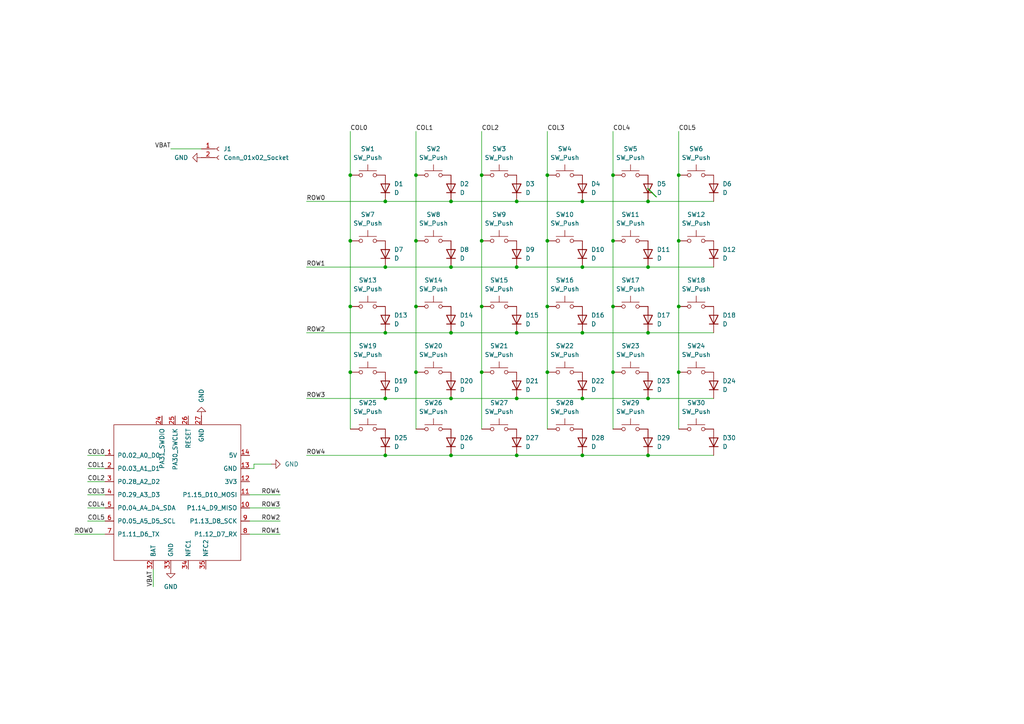
<source format=kicad_sch>
(kicad_sch (version 20250114) (generator "eeschema") (generator_version "9.0")
  (paper "A4")
  (lib_symbols
    (symbol "Connector:Conn_01x02_Socket" (pin_names (offset 1.016) (hide yes))
      (property "Reference" "J" (at 0 2.54 0))
      (property "Value" "Conn_01x02_Socket" (at 0 -5.08 0))
      (symbol "Conn_01x02_Socket_1_1"
        (polyline (pts (xy -1.27 0) (xy -0.508 0)) (stroke (width 0.1524)))
        (polyline (pts (xy -1.27 -2.54) (xy -0.508 -2.54)) (stroke (width 0.1524)))
        (arc (start 0 -0.508) (mid -0.5058 0) (end 0 0.508) (stroke (width 0.1524)))
        (arc (start 0 -3.048) (mid -0.5058 -2.54) (end 0 -2.032) (stroke (width 0.1524)))
        (pin passive line (at -5.08 0 0) (length 3.81) (name "Pin_1") (number "1"))
        (pin passive line (at -5.08 -2.54 0) (length 3.81) (name "Pin_2") (number "2"))
      )
    )
    (symbol "Device:D" (pin_numbers (hide yes)) (pin_names (offset 1.016) (hide yes))
      (property "Reference" "D" (at 0 2.54 0))
      (property "Value" "D" (at 0 -2.54 0))
      (symbol "D_0_1"
        (polyline (pts (xy -1.27 1.27) (xy -1.27 -1.27)) (stroke (width 0.254)))
        (polyline (pts (xy 1.27 1.27) (xy 1.27 -1.27) (xy -1.27 0) (xy 1.27 1.27)) (stroke (width 0.254)))
        (polyline (pts (xy 1.27 0) (xy -1.27 0)))
      )
      (symbol "D_1_1"
        (pin passive line (at -3.81 0 0) (length 2.54) (name "K") (number "1"))
        (pin passive line (at 3.81 0 180) (length 2.54) (name "A") (number "2"))
      )
    )
    (symbol "Seeed_Studio_XIAO_Series:XIAO-nRF52840-SMD" (pin_names (offset 1.016))
      (property "Reference" "U" (at -18.542 23.114 0))
      (property "Value" "XIAO-nRF52840-SMD" (at -8.636 21.336 0))
      (symbol "XIAO-nRF52840-SMD_0_1"
        (rectangle (start -19.05 20.32) (end 17.78 -19.05))
      )
      (symbol "XIAO-nRF52840-SMD_1_1"
        (pin passive line (at -21.59 11.43 0) (length 2.54) (name "P0.02_A0_D0") (number "1"))
        (pin passive line (at -21.59 7.62 0) (length 2.54) (name "P0.03_A1_D1") (number "2"))
        (pin passive line (at -21.59 3.81 0) (length 2.54) (name "P0.28_A2_D2") (number "3"))
        (pin passive line (at -21.59 0 0) (length 2.54) (name "P0.29_A3_D3") (number "4"))
        (pin passive line (at -21.59 -3.81 0) (length 2.54) (name "P0.04_A4_D4_SDA") (number "5"))
        (pin passive line (at -21.59 -7.62 0) (length 2.54) (name "P0.05_A5_D5_SCL") (number "6"))
        (pin passive line (at -21.59 -11.43 0) (length 2.54) (name "P1.11_D6_TX") (number "7"))
        (pin passive line (at -7.62 -21.59 90) (length 2.54) (name "BAT") (number "32"))
        (pin passive line (at -5.08 22.86 270) (length 2.54) (name "PA31_SWDIO") (number "24"))
        (pin passive line (at -2.54 -21.59 90) (length 2.54) (name "GND") (number "33"))
        (pin passive line (at -1.27 22.86 270) (length 2.54) (name "PA30_SWCLK") (number "25"))
        (pin passive line (at 2.54 22.86 270) (length 2.54) (name "RESET") (number "26"))
        (pin passive line (at 2.54 -21.59 90) (length 2.54) (name "NFC1") (number "34"))
        (pin passive line (at 6.35 22.86 270) (length 2.54) (name "GND") (number "27"))
        (pin passive line (at 7.62 -21.59 90) (length 2.54) (name "NFC2") (number "35"))
        (pin passive line (at 20.32 11.43 180) (length 2.54) (name "5V") (number "14"))
        (pin passive line (at 20.32 7.62 180) (length 2.54) (name "GND") (number "13"))
        (pin passive line (at 20.32 3.81 180) (length 2.54) (name "3V3") (number "12"))
        (pin passive line (at 20.32 0 180) (length 2.54) (name "P1.15_D10_MOSI") (number "11"))
        (pin passive line (at 20.32 -3.81 180) (length 2.54) (name "P1.14_D9_MISO") (number "10"))
        (pin passive line (at 20.32 -7.62 180) (length 2.54) (name "P1.13_D8_SCK") (number "9"))
        (pin passive line (at 20.32 -11.43 180) (length 2.54) (name "P1.12_D7_RX") (number "8"))
      )
    )
    (symbol "Switch:SW_Push" (pin_numbers (hide yes)) (pin_names (offset 1.016) (hide yes))
      (property "Reference" "SW" (at 1.27 2.54 0))
      (property "Value" "SW_Push" (at 0 -1.524 0))
      (symbol "SW_Push_0_1"
        (circle (center -2.032 0) (radius 0.508))
        (polyline (pts (xy 0 1.27) (xy 0 3.048)))
        (circle (center 2.032 0) (radius 0.508))
        (polyline (pts (xy 2.54 1.27) (xy -2.54 1.27)))
        (pin passive line (at -5.08 0 0) (length 2.54) (name "1") (number "1"))
        (pin passive line (at 5.08 0 180) (length 2.54) (name "2") (number "2"))
      )
    )
    (symbol "power:GND" (power) (pin_numbers (hide yes)) (pin_names (offset 0) (hide yes))
      (property "Value" "GND" (at 0 -3.81 0))
      (symbol "GND_0_1"
        (polyline (pts (xy 0 0) (xy 0 -1.27) (xy 1.27 -1.27) (xy 0 -2.54) (xy -1.27 -1.27) (xy 0 -1.27)))
      )
      (symbol "GND_1_1"
        (pin power_in line (at 0 0 270) (length 0) (name "~") (number "1"))
      )
    )
  )
  (junction (at 130.81 77.47))
  (junction (at 168.91 115.57))
  (junction (at 149.86 96.52))
  (junction (at 177.8 88.9))
  (junction (at 130.81 58.42))
  (junction (at 196.85 50.8))
  (junction (at 149.86 115.57))
  (junction (at 158.75 69.85))
  (junction (at 130.81 115.57))
  (junction (at 111.76 96.52))
  (junction (at 111.76 132.08))
  (junction (at 168.91 96.52))
  (junction (at 187.96 132.08))
  (junction (at 158.75 50.8))
  (junction (at 168.91 132.08))
  (junction (at 120.65 107.95))
  (junction (at 149.86 132.08))
  (junction (at 111.76 77.47))
  (junction (at 120.65 88.9))
  (junction (at 196.85 69.85))
  (junction (at 187.96 96.52))
  (junction (at 168.91 77.47))
  (junction (at 111.76 115.57))
  (junction (at 139.7 50.8))
  (junction (at 158.75 88.9))
  (junction (at 101.6 69.85))
  (junction (at 120.65 69.85))
  (junction (at 196.85 107.95))
  (junction (at 196.85 88.9))
  (junction (at 120.65 50.8))
  (junction (at 101.6 88.9))
  (junction (at 187.96 77.47))
  (junction (at 111.76 58.42))
  (junction (at 177.8 107.95))
  (junction (at 101.6 50.8))
  (junction (at 149.86 77.47))
  (junction (at 101.6 107.95))
  (junction (at 158.75 107.95))
  (junction (at 177.8 50.8))
  (junction (at 168.91 58.42))
  (junction (at 187.96 115.57))
  (junction (at 130.81 96.52))
  (junction (at 139.7 107.95))
  (junction (at 130.81 132.08))
  (junction (at 139.7 88.9))
  (junction (at 177.8 69.85))
  (junction (at 187.96 58.42))
  (junction (at 139.7 69.85))
  (junction (at 149.86 58.42))
  (bus_entry (at 187.96 54.61) (size 2.54 2.54))
  (bus_entry (at 187.7357 54.61) (size 2.54 2.54))
  (wire (pts (xy 168.91 132.08) (xy 187.96 132.08)))
  (wire (pts (xy 88.9 96.52) (xy 111.76 96.52)))
  (wire (pts (xy 111.76 96.52) (xy 130.81 96.52)))
  (wire (pts (xy 177.8 107.95) (xy 177.8 124.46)))
  (wire (pts (xy 73.66 134.62) (xy 78.74 134.62)))
  (wire (pts (xy 44.45 165.1) (xy 44.45 170.18)))
  (wire (pts (xy 139.7 38.1) (xy 139.7 50.8)))
  (wire (pts (xy 130.81 96.52) (xy 149.86 96.52)))
  (wire (pts (xy 25.4 143.51) (xy 30.48 143.51)))
  (wire (pts (xy 187.96 58.42) (xy 207.01 58.42)))
  (wire (pts (xy 187.96 77.47) (xy 207.01 77.47)))
  (wire (pts (xy 158.75 88.9) (xy 158.75 107.95)))
  (wire (pts (xy 30.48 154.94) (xy 21.59 154.94)))
  (wire (pts (xy 120.65 50.8) (xy 120.65 69.85)))
  (wire (pts (xy 25.4 147.32) (xy 30.48 147.32)))
  (wire (pts (xy 139.7 107.95) (xy 139.7 124.46)))
  (wire (pts (xy 88.9 77.47) (xy 111.76 77.47)))
  (wire (pts (xy 120.65 107.95) (xy 120.65 124.46)))
  (wire (pts (xy 149.86 132.08) (xy 168.91 132.08)))
  (wire (pts (xy 101.6 38.1) (xy 101.6 50.8)))
  (wire (pts (xy 168.91 115.57) (xy 187.96 115.57)))
  (wire (pts (xy 72.39 135.89) (xy 73.66 135.89)))
  (wire (pts (xy 130.81 58.42) (xy 149.86 58.42)))
  (wire (pts (xy 120.65 88.9) (xy 120.65 107.95)))
  (wire (pts (xy 196.85 88.9) (xy 196.85 107.95)))
  (wire (pts (xy 72.39 154.94) (xy 81.28 154.94)))
  (wire (pts (xy 101.6 88.9) (xy 101.6 107.95)))
  (wire (pts (xy 130.81 132.08) (xy 149.86 132.08)))
  (wire (pts (xy 120.65 38.1) (xy 120.65 50.8)))
  (wire (pts (xy 196.85 107.95) (xy 196.85 124.46)))
  (wire (pts (xy 101.6 69.85) (xy 101.6 88.9)))
  (wire (pts (xy 187.96 132.08) (xy 207.01 132.08)))
  (wire (pts (xy 139.7 50.8) (xy 139.7 69.85)))
  (wire (pts (xy 130.81 115.57) (xy 149.86 115.57)))
  (wire (pts (xy 111.76 58.42) (xy 130.81 58.42)))
  (wire (pts (xy 25.4 151.13) (xy 30.48 151.13)))
  (wire (pts (xy 111.76 132.08) (xy 130.81 132.08)))
  (wire (pts (xy 101.6 50.8) (xy 101.6 69.85)))
  (wire (pts (xy 111.76 77.47) (xy 130.81 77.47)))
  (wire (pts (xy 149.86 96.52) (xy 168.91 96.52)))
  (wire (pts (xy 111.76 115.57) (xy 130.81 115.57)))
  (wire (pts (xy 149.86 58.42) (xy 168.91 58.42)))
  (wire (pts (xy 25.4 135.89) (xy 30.48 135.89)))
  (wire (pts (xy 177.8 38.1) (xy 177.8 50.8)))
  (wire (pts (xy 25.4 132.08) (xy 30.48 132.08)))
  (wire (pts (xy 196.85 50.8) (xy 196.85 69.85)))
  (wire (pts (xy 196.85 69.85) (xy 196.85 88.9)))
  (wire (pts (xy 72.39 147.32) (xy 81.28 147.32)))
  (wire (pts (xy 139.7 69.85) (xy 139.7 88.9)))
  (wire (pts (xy 196.85 38.1) (xy 196.85 50.8)))
  (wire (pts (xy 25.4 139.7) (xy 30.48 139.7)))
  (wire (pts (xy 120.65 69.85) (xy 120.65 88.9)))
  (wire (pts (xy 168.91 58.42) (xy 187.96 58.42)))
  (wire (pts (xy 158.75 69.85) (xy 158.75 88.9)))
  (wire (pts (xy 139.7 88.9) (xy 139.7 107.95)))
  (wire (pts (xy 177.8 50.8) (xy 177.8 69.85)))
  (wire (pts (xy 101.6 107.95) (xy 101.6 124.46)))
  (wire (pts (xy 158.75 50.8) (xy 158.75 69.85)))
  (wire (pts (xy 149.86 115.57) (xy 168.91 115.57)))
  (wire (pts (xy 72.39 143.51) (xy 81.28 143.51)))
  (wire (pts (xy 168.91 96.52) (xy 187.96 96.52)))
  (wire (pts (xy 88.9 132.08) (xy 111.76 132.08)))
  (wire (pts (xy 73.66 135.89) (xy 73.66 134.62)))
  (wire (pts (xy 72.39 151.13) (xy 81.28 151.13)))
  (wire (pts (xy 130.81 77.47) (xy 149.86 77.47)))
  (wire (pts (xy 187.96 96.52) (xy 207.01 96.52)))
  (wire (pts (xy 168.91 77.47) (xy 187.96 77.47)))
  (wire (pts (xy 149.86 77.47) (xy 168.91 77.47)))
  (wire (pts (xy 88.9 115.57) (xy 111.76 115.57)))
  (wire (pts (xy 177.8 69.85) (xy 177.8 88.9)))
  (wire (pts (xy 158.75 38.1) (xy 158.75 50.8)))
  (wire (pts (xy 158.75 107.95) (xy 158.75 124.46)))
  (wire (pts (xy 177.8 88.9) (xy 177.8 107.95)))
  (wire (pts (xy 49.53 43.18) (xy 58.42 43.18)))
  (wire (pts (xy 187.96 115.57) (xy 207.01 115.57)))
  (wire (pts (xy 88.9 58.42) (xy 111.76 58.42)))
  (label "VBAT" (at 44.45 170.18 90))
  (label "VBAT" (at 49.53 43.18 180))
  (label "COL0" (at 101.6 38.1 0))
  (label "COL3" (at 25.4 143.51 0))
  (label "ROW4" (at 81.28 143.51 180))
  (label "ROW2" (at 81.28 151.13 180))
  (label "ROW3" (at 88.9 115.57 0))
  (label "ROW1" (at 81.28 154.94 180))
  (label "COL2" (at 139.7 38.1 0))
  (label "ROW2" (at 88.9 96.52 0))
  (label "COL4" (at 25.4 147.32 0))
  (label "COL5" (at 25.4 151.13 0))
  (label "COL3" (at 158.75 38.1 0))
  (label "COL4" (at 177.8 38.1 0))
  (label "COL0" (at 25.4 132.08 0))
  (label "ROW0" (at 88.9 58.42 0))
  (label "COL5" (at 196.85 38.1 0))
  (label "COL1" (at 120.65 38.1 0))
  (label "ROW1" (at 88.9 77.47 0))
  (label "ROW4" (at 88.9 132.08 0))
  (label "ROW3" (at 81.28 147.32 180))
  (label "COL1" (at 25.4 135.89 0))
  (label "ROW0" (at 21.59 154.94 0))
  (label "COL2" (at 25.4 139.7 0))
  (symbol (lib_id "Switch:SW_Push") (at 106.68 69.85 0) (unit 1)
    (property "Reference" "SW7" (at 106.68 62.23 0))
    (property "Value" "SW_Push" (at 106.68 64.77 0))
    (property "Footprint" "ExtraFootprints:SW_Hotswap_Kailh_Choc_V1V2" (effects (hide yes)))
    (property "Description" "Push button switch, generic, two pins" (effects (hide yes)))
  )
  (symbol (lib_id "Device:D") (at 168.91 128.27 90) (unit 1)
    (property "Reference" "D28" (at 171.45 126.9999 90) (effects (justify right)))
    (property "Value" "D" (at 171.45 129.5399 90) (effects (justify right)))
    (property "Footprint" "ExtraFootprints:RevDiode" (effects (hide yes)))
    (property "Description" "Diode" (effects (hide yes)))
    (property "Sim.Device" "D" (effects (hide yes)))
    (property "Sim.Pins" "1=K 2=A" (effects (hide yes)))
  )
  (symbol (lib_id "power:GND") (at 58.42 120.65 180) (unit 1)
    (property "Reference" "#PWR06" (effects (hide yes)))
    (property "Value" "GND" (at 58.4199 116.84 90) (effects (justify right)))
    (property "Description" "Power symbol creates a global label with name \"GND\" , ground" (effects (hide yes)))
  )
  (symbol (lib_id "Switch:SW_Push") (at 144.78 88.9 0) (unit 1)
    (property "Reference" "SW15" (at 144.78 81.28 0))
    (property "Value" "SW_Push" (at 144.78 83.82 0))
    (property "Footprint" "ExtraFootprints:SW_Hotswap_Kailh_Choc_V1V2" (effects (hide yes)))
    (property "Description" "Push button switch, generic, two pins" (effects (hide yes)))
  )
  (symbol (lib_id "Switch:SW_Push") (at 201.93 88.9 0) (unit 1)
    (property "Reference" "SW18" (at 201.93 81.28 0))
    (property "Value" "SW_Push" (at 201.93 83.82 0))
    (property "Footprint" "ExtraFootprints:SW_Hotswap_Kailh_Choc_V1V2" (effects (hide yes)))
    (property "Description" "Push button switch, generic, two pins" (effects (hide yes)))
  )
  (symbol (lib_id "Device:D") (at 207.01 73.66 90) (unit 1)
    (property "Reference" "D12" (at 209.55 72.3899 90) (effects (justify right)))
    (property "Value" "D" (at 209.55 74.9299 90) (effects (justify right)))
    (property "Footprint" "ExtraFootprints:RevDiode" (effects (hide yes)))
    (property "Description" "Diode" (effects (hide yes)))
    (property "Sim.Device" "D" (effects (hide yes)))
    (property "Sim.Pins" "1=K 2=A" (effects (hide yes)))
  )
  (symbol (lib_id "Switch:SW_Push") (at 182.88 88.9 0) (unit 1)
    (property "Reference" "SW17" (at 182.88 81.28 0))
    (property "Value" "SW_Push" (at 182.88 83.82 0))
    (property "Footprint" "ExtraFootprints:SW_Hotswap_Kailh_Choc_V1V2" (effects (hide yes)))
    (property "Description" "Push button switch, generic, two pins" (effects (hide yes)))
  )
  (symbol (lib_id "Device:D") (at 130.81 92.71 90) (unit 1)
    (property "Reference" "D14" (at 133.35 91.4399 90) (effects (justify right)))
    (property "Value" "D" (at 133.35 93.9799 90) (effects (justify right)))
    (property "Footprint" "ExtraFootprints:RevDiode" (effects (hide yes)))
    (property "Description" "Diode" (effects (hide yes)))
    (property "Sim.Device" "D" (effects (hide yes)))
    (property "Sim.Pins" "1=K 2=A" (effects (hide yes)))
  )
  (symbol (lib_id "Switch:SW_Push") (at 182.88 50.8 0) (unit 1)
    (property "Reference" "SW5" (at 182.88 43.18 0))
    (property "Value" "SW_Push" (at 182.88 45.72 0))
    (property "Footprint" "ExtraFootprints:SW_Hotswap_Kailh_Choc_V1V2" (effects (hide yes)))
    (property "Description" "Push button switch, generic, two pins" (effects (hide yes)))
  )
  (symbol (lib_id "Switch:SW_Push") (at 106.68 88.9 0) (unit 1)
    (property "Reference" "SW13" (at 106.68 81.28 0))
    (property "Value" "SW_Push" (at 106.68 83.82 0))
    (property "Footprint" "ExtraFootprints:SW_Hotswap_Kailh_Choc_V1V2" (effects (hide yes)))
    (property "Description" "Push button switch, generic, two pins" (effects (hide yes)))
  )
  (symbol (lib_id "Device:D") (at 168.91 111.76 90) (unit 1)
    (property "Reference" "D22" (at 171.45 110.4899 90) (effects (justify right)))
    (property "Value" "D" (at 171.45 113.0299 90) (effects (justify right)))
    (property "Footprint" "ExtraFootprints:RevDiode" (effects (hide yes)))
    (property "Description" "Diode" (effects (hide yes)))
    (property "Sim.Device" "D" (effects (hide yes)))
    (property "Sim.Pins" "1=K 2=A" (effects (hide yes)))
  )
  (symbol (lib_id "Device:D") (at 111.76 111.76 90) (unit 1)
    (property "Reference" "D19" (at 114.3 110.4899 90) (effects (justify right)))
    (property "Value" "D" (at 114.3 113.0299 90) (effects (justify right)))
    (property "Footprint" "ExtraFootprints:RevDiode" (effects (hide yes)))
    (property "Description" "Diode" (effects (hide yes)))
    (property "Sim.Device" "D" (effects (hide yes)))
    (property "Sim.Pins" "1=K 2=A" (effects (hide yes)))
  )
  (symbol (lib_id "Switch:SW_Push") (at 125.73 69.85 0) (unit 1)
    (property "Reference" "SW8" (at 125.73 62.23 0))
    (property "Value" "SW_Push" (at 125.73 64.77 0))
    (property "Footprint" "ExtraFootprints:SW_Hotswap_Kailh_Choc_V1V2" (effects (hide yes)))
    (property "Description" "Push button switch, generic, two pins" (effects (hide yes)))
  )
  (symbol (lib_id "Switch:SW_Push") (at 163.83 88.9 0) (unit 1)
    (property "Reference" "SW16" (at 163.83 81.28 0))
    (property "Value" "SW_Push" (at 163.83 83.82 0))
    (property "Footprint" "ExtraFootprints:SW_Hotswap_Kailh_Choc_V1V2" (effects (hide yes)))
    (property "Description" "Push button switch, generic, two pins" (effects (hide yes)))
  )
  (symbol (lib_id "Device:D") (at 149.86 128.27 90) (unit 1)
    (property "Reference" "D27" (at 152.4 126.9999 90) (effects (justify right)))
    (property "Value" "D" (at 152.4 129.5399 90) (effects (justify right)))
    (property "Footprint" "ExtraFootprints:RevDiode" (effects (hide yes)))
    (property "Description" "Diode" (effects (hide yes)))
    (property "Sim.Device" "D" (effects (hide yes)))
    (property "Sim.Pins" "1=K 2=A" (effects (hide yes)))
  )
  (symbol (lib_id "Device:D") (at 187.96 73.66 90) (unit 1)
    (property "Reference" "D11" (at 190.5 72.3899 90) (effects (justify right)))
    (property "Value" "D" (at 190.5 74.9299 90) (effects (justify right)))
    (property "Footprint" "ExtraFootprints:RevDiode" (effects (hide yes)))
    (property "Description" "Diode" (effects (hide yes)))
    (property "Sim.Device" "D" (effects (hide yes)))
    (property "Sim.Pins" "1=K 2=A" (effects (hide yes)))
  )
  (symbol (lib_id "Device:D") (at 168.91 92.71 90) (unit 1)
    (property "Reference" "D16" (at 171.45 91.4399 90) (effects (justify right)))
    (property "Value" "D" (at 171.45 93.9799 90) (effects (justify right)))
    (property "Footprint" "ExtraFootprints:RevDiode" (effects (hide yes)))
    (property "Description" "Diode" (effects (hide yes)))
    (property "Sim.Device" "D" (effects (hide yes)))
    (property "Sim.Pins" "1=K 2=A" (effects (hide yes)))
  )
  (symbol (lib_id "Device:D") (at 168.91 54.61 90) (unit 1)
    (property "Reference" "D4" (at 171.45 53.3399 90) (effects (justify right)))
    (property "Value" "D" (at 171.45 55.8799 90) (effects (justify right)))
    (property "Footprint" "ExtraFootprints:RevDiode" (effects (hide yes)))
    (property "Description" "Diode" (effects (hide yes)))
    (property "Sim.Device" "D" (effects (hide yes)))
    (property "Sim.Pins" "1=K 2=A" (effects (hide yes)))
  )
  (symbol (lib_id "Device:D") (at 187.96 128.27 90) (unit 1)
    (property "Reference" "D29" (at 190.5 126.9999 90) (effects (justify right)))
    (property "Value" "D" (at 190.5 129.5399 90) (effects (justify right)))
    (property "Footprint" "ExtraFootprints:RevDiode" (effects (hide yes)))
    (property "Description" "Diode" (effects (hide yes)))
    (property "Sim.Device" "D" (effects (hide yes)))
    (property "Sim.Pins" "1=K 2=A" (effects (hide yes)))
  )
  (symbol (lib_id "Switch:SW_Push") (at 163.83 69.85 0) (unit 1)
    (property "Reference" "SW10" (at 163.83 62.23 0))
    (property "Value" "SW_Push" (at 163.83 64.77 0))
    (property "Footprint" "ExtraFootprints:SW_Hotswap_Kailh_Choc_V1V2" (effects (hide yes)))
    (property "Description" "Push button switch, generic, two pins" (effects (hide yes)))
  )
  (symbol (lib_id "Switch:SW_Push") (at 106.68 50.8 0) (unit 1)
    (property "Reference" "SW1" (at 106.68 43.18 0))
    (property "Value" "SW_Push" (at 106.68 45.72 0))
    (property "Footprint" "ExtraFootprints:SW_Hotswap_Kailh_Choc_V1V2" (effects (hide yes)))
    (property "Description" "Push button switch, generic, two pins" (effects (hide yes)))
  )
  (symbol (lib_id "Device:D") (at 207.01 128.27 90) (unit 1)
    (property "Reference" "D30" (at 209.55 126.9999 90) (effects (justify right)))
    (property "Value" "D" (at 209.55 129.5399 90) (effects (justify right)))
    (property "Footprint" "ExtraFootprints:RevDiode" (effects (hide yes)))
    (property "Description" "Diode" (effects (hide yes)))
    (property "Sim.Device" "D" (effects (hide yes)))
    (property "Sim.Pins" "1=K 2=A" (effects (hide yes)))
  )
  (symbol (lib_id "Device:D") (at 149.86 92.71 90) (unit 1)
    (property "Reference" "D15" (at 152.4 91.4399 90) (effects (justify right)))
    (property "Value" "D" (at 152.4 93.9799 90) (effects (justify right)))
    (property "Footprint" "ExtraFootprints:RevDiode" (effects (hide yes)))
    (property "Description" "Diode" (effects (hide yes)))
    (property "Sim.Device" "D" (effects (hide yes)))
    (property "Sim.Pins" "1=K 2=A" (effects (hide yes)))
  )
  (symbol (lib_id "Switch:SW_Push") (at 182.88 107.95 0) (unit 1)
    (property "Reference" "SW23" (at 182.88 100.33 0))
    (property "Value" "SW_Push" (at 182.88 102.87 0))
    (property "Footprint" "ExtraFootprints:SW_Hotswap_Kailh_Choc_V1V2" (effects (hide yes)))
    (property "Description" "Push button switch, generic, two pins" (effects (hide yes)))
  )
  (symbol (lib_id "Device:D") (at 130.81 54.61 90) (unit 1)
    (property "Reference" "D2" (at 133.35 53.3399 90) (effects (justify right)))
    (property "Value" "D" (at 133.35 55.8799 90) (effects (justify right)))
    (property "Footprint" "ExtraFootprints:RevDiode" (effects (hide yes)))
    (property "Description" "Diode" (effects (hide yes)))
    (property "Sim.Device" "D" (effects (hide yes)))
    (property "Sim.Pins" "1=K 2=A" (effects (hide yes)))
  )
  (symbol (lib_id "power:GND") (at 49.53 165.1 0) (unit 1)
    (property "Reference" "#PWR01" (effects (hide yes)))
    (property "Value" "GND" (at 49.53 170.18 0))
    (property "Description" "Power symbol creates a global label with name \"GND\" , ground" (effects (hide yes)))
  )
  (symbol (lib_id "Switch:SW_Push") (at 144.78 124.46 0) (unit 1)
    (property "Reference" "SW27" (at 144.78 116.84 0))
    (property "Value" "SW_Push" (at 144.78 119.38 0))
    (property "Footprint" "ExtraFootprints:SW_Hotswap_Kailh_Choc_V1V2" (effects (hide yes)))
    (property "Description" "Push button switch, generic, two pins" (effects (hide yes)))
  )
  (symbol (lib_id "Switch:SW_Push") (at 125.73 88.9 0) (unit 1)
    (property "Reference" "SW14" (at 125.73 81.28 0))
    (property "Value" "SW_Push" (at 125.73 83.82 0))
    (property "Footprint" "ExtraFootprints:SW_Hotswap_Kailh_Choc_V1V2" (effects (hide yes)))
    (property "Description" "Push button switch, generic, two pins" (effects (hide yes)))
  )
  (symbol (lib_id "Switch:SW_Push") (at 163.83 124.46 0) (unit 1)
    (property "Reference" "SW28" (at 163.83 116.84 0))
    (property "Value" "SW_Push" (at 163.83 119.38 0))
    (property "Footprint" "ExtraFootprints:SW_Hotswap_Kailh_Choc_V1V2" (effects (hide yes)))
    (property "Description" "Push button switch, generic, two pins" (effects (hide yes)))
  )
  (symbol (lib_id "Device:D") (at 207.01 111.76 90) (unit 1)
    (property "Reference" "D24" (at 209.55 110.4899 90) (effects (justify right)))
    (property "Value" "D" (at 209.55 113.0299 90) (effects (justify right)))
    (property "Footprint" "ExtraFootprints:RevDiode" (effects (hide yes)))
    (property "Description" "Diode" (effects (hide yes)))
    (property "Sim.Device" "D" (effects (hide yes)))
    (property "Sim.Pins" "1=K 2=A" (effects (hide yes)))
  )
  (symbol (lib_id "Device:D") (at 149.86 111.76 90) (unit 1)
    (property "Reference" "D21" (at 152.4 110.4899 90) (effects (justify right)))
    (property "Value" "D" (at 152.4 113.0299 90) (effects (justify right)))
    (property "Footprint" "ExtraFootprints:RevDiode" (effects (hide yes)))
    (property "Description" "Diode" (effects (hide yes)))
    (property "Sim.Device" "D" (effects (hide yes)))
    (property "Sim.Pins" "1=K 2=A" (effects (hide yes)))
  )
  (symbol (lib_id "Connector:Conn_01x02_Socket") (at 63.5 43.18 0) (unit 1)
    (property "Reference" "J1" (at 64.77 43.1799 0) (effects (justify left)))
    (property "Value" "Conn_01x02_Socket" (at 64.77 45.7199 0) (effects (justify left)))
    (property "Footprint" "Connector_JST:JST_PH_S2B-PH-K_1x02_P2.00mm_Horizontal" (effects (hide yes)))
    (property "Description" "Generic connector, single row, 01x02, script generated" (effects (hide yes)))
  )
  (symbol (lib_id "power:GND") (at 78.74 134.62 90) (unit 1)
    (property "Reference" "#PWR02" (effects (hide yes)))
    (property "Value" "GND" (at 82.55 134.6199 90) (effects (justify right)))
    (property "Description" "Power symbol creates a global label with name \"GND\" , ground" (effects (hide yes)))
  )
  (symbol (lib_id "Device:D") (at 130.81 111.76 90) (unit 1)
    (property "Reference" "D20" (at 133.35 110.4899 90) (effects (justify right)))
    (property "Value" "D" (at 133.35 113.0299 90) (effects (justify right)))
    (property "Footprint" "ExtraFootprints:RevDiode" (effects (hide yes)))
    (property "Description" "Diode" (effects (hide yes)))
    (property "Sim.Device" "D" (effects (hide yes)))
    (property "Sim.Pins" "1=K 2=A" (effects (hide yes)))
  )
  (symbol (lib_id "Device:D") (at 111.76 73.66 90) (unit 1)
    (property "Reference" "D7" (at 114.3 72.3899 90) (effects (justify right)))
    (property "Value" "D" (at 114.3 74.9299 90) (effects (justify right)))
    (property "Footprint" "ExtraFootprints:RevDiode" (effects (hide yes)))
    (property "Description" "Diode" (effects (hide yes)))
    (property "Sim.Device" "D" (effects (hide yes)))
    (property "Sim.Pins" "1=K 2=A" (effects (hide yes)))
  )
  (symbol (lib_id "Switch:SW_Push") (at 163.83 50.8 0) (unit 1)
    (property "Reference" "SW4" (at 163.83 43.18 0))
    (property "Value" "SW_Push" (at 163.83 45.72 0))
    (property "Footprint" "ExtraFootprints:SW_Hotswap_Kailh_Choc_V1V2" (effects (hide yes)))
    (property "Description" "Push button switch, generic, two pins" (effects (hide yes)))
  )
  (symbol (lib_id "Switch:SW_Push") (at 144.78 50.8 0) (unit 1)
    (property "Reference" "SW3" (at 144.78 43.18 0))
    (property "Value" "SW_Push" (at 144.78 45.72 0))
    (property "Footprint" "ExtraFootprints:SW_Hotswap_Kailh_Choc_V1V2" (effects (hide yes)))
    (property "Description" "Push button switch, generic, two pins" (effects (hide yes)))
  )
  (symbol (lib_id "Device:D") (at 168.91 73.66 90) (unit 1)
    (property "Reference" "D10" (at 171.45 72.3899 90) (effects (justify right)))
    (property "Value" "D" (at 171.45 74.9299 90) (effects (justify right)))
    (property "Footprint" "ExtraFootprints:RevDiode" (effects (hide yes)))
    (property "Description" "Diode" (effects (hide yes)))
    (property "Sim.Device" "D" (effects (hide yes)))
    (property "Sim.Pins" "1=K 2=A" (effects (hide yes)))
  )
  (symbol (lib_id "Device:D") (at 111.76 128.27 90) (unit 1)
    (property "Reference" "D25" (at 114.3 126.9999 90) (effects (justify right)))
    (property "Value" "D" (at 114.3 129.5399 90) (effects (justify right)))
    (property "Footprint" "ExtraFootprints:RevDiode" (effects (hide yes)))
    (property "Description" "Diode" (effects (hide yes)))
    (property "Sim.Device" "D" (effects (hide yes)))
    (property "Sim.Pins" "1=K 2=A" (effects (hide yes)))
  )
  (symbol (lib_id "Switch:SW_Push") (at 182.88 124.46 0) (unit 1)
    (property "Reference" "SW29" (at 182.88 116.84 0))
    (property "Value" "SW_Push" (at 182.88 119.38 0))
    (property "Footprint" "ExtraFootprints:SW_Hotswap_Kailh_Choc_V1V2" (effects (hide yes)))
    (property "Description" "Push button switch, generic, two pins" (effects (hide yes)))
  )
  (symbol (lib_id "Device:D") (at 130.81 128.27 90) (unit 1)
    (property "Reference" "D26" (at 133.35 126.9999 90) (effects (justify right)))
    (property "Value" "D" (at 133.35 129.5399 90) (effects (justify right)))
    (property "Footprint" "ExtraFootprints:RevDiode" (effects (hide yes)))
    (property "Description" "Diode" (effects (hide yes)))
    (property "Sim.Device" "D" (effects (hide yes)))
    (property "Sim.Pins" "1=K 2=A" (effects (hide yes)))
  )
  (symbol (lib_id "Seeed_Studio_XIAO_Series:XIAO-nRF52840-SMD") (at 52.07 143.51 0) (unit 1)
    (property "Reference" "U2" (effects (hide yes)))
    (property "Value" "XIAO-nRF52840-SMD" (effects (hide yes)))
    (property "Footprint" "ExtraFootprints:XIAO_nRF52840_DUAL" (effects (hide yes)))
  )
  (symbol (lib_id "Device:D") (at 149.86 73.66 90) (unit 1)
    (property "Reference" "D9" (at 152.4 72.3899 90) (effects (justify right)))
    (property "Value" "D" (at 152.4 74.9299 90) (effects (justify right)))
    (property "Footprint" "ExtraFootprints:RevDiode" (effects (hide yes)))
    (property "Description" "Diode" (effects (hide yes)))
    (property "Sim.Device" "D" (effects (hide yes)))
    (property "Sim.Pins" "1=K 2=A" (effects (hide yes)))
  )
  (symbol (lib_id "Switch:SW_Push") (at 201.93 50.8 0) (unit 1)
    (property "Reference" "SW6" (at 201.93 43.18 0))
    (property "Value" "SW_Push" (at 201.93 45.72 0))
    (property "Footprint" "ExtraFootprints:SW_Hotswap_Kailh_Choc_V1V2" (effects (hide yes)))
    (property "Description" "Push button switch, generic, two pins" (effects (hide yes)))
  )
  (symbol (lib_id "Switch:SW_Push") (at 106.68 124.46 0) (unit 1)
    (property "Reference" "SW25" (at 106.68 116.84 0))
    (property "Value" "SW_Push" (at 106.68 119.38 0))
    (property "Footprint" "ExtraFootprints:SW_Hotswap_Kailh_Choc_V1V2" (effects (hide yes)))
    (property "Description" "Push button switch, generic, two pins" (effects (hide yes)))
  )
  (symbol (lib_id "Switch:SW_Push") (at 144.78 69.85 0) (unit 1)
    (property "Reference" "SW9" (at 144.78 62.23 0))
    (property "Value" "SW_Push" (at 144.78 64.77 0))
    (property "Footprint" "ExtraFootprints:SW_Hotswap_Kailh_Choc_V1V2" (effects (hide yes)))
    (property "Description" "Push button switch, generic, two pins" (effects (hide yes)))
  )
  (symbol (lib_id "Device:D") (at 149.86 54.61 90) (unit 1)
    (property "Reference" "D3" (at 152.4 53.3399 90) (effects (justify right)))
    (property "Value" "D" (at 152.4 55.8799 90) (effects (justify right)))
    (property "Footprint" "ExtraFootprints:RevDiode" (effects (hide yes)))
    (property "Description" "Diode" (effects (hide yes)))
    (property "Sim.Device" "D" (effects (hide yes)))
    (property "Sim.Pins" "1=K 2=A" (effects (hide yes)))
  )
  (symbol (lib_id "Device:D") (at 207.01 54.61 90) (unit 1)
    (property "Reference" "D6" (at 209.55 53.3399 90) (effects (justify right)))
    (property "Value" "D" (at 209.55 55.8799 90) (effects (justify right)))
    (property "Footprint" "ExtraFootprints:RevDiode" (effects (hide yes)))
    (property "Description" "Diode" (effects (hide yes)))
    (property "Sim.Device" "D" (effects (hide yes)))
    (property "Sim.Pins" "1=K 2=A" (effects (hide yes)))
  )
  (symbol (lib_id "Switch:SW_Push") (at 144.78 107.95 0) (unit 1)
    (property "Reference" "SW21" (at 144.78 100.33 0))
    (property "Value" "SW_Push" (at 144.78 102.87 0))
    (property "Footprint" "ExtraFootprints:SW_Hotswap_Kailh_Choc_V1V2" (effects (hide yes)))
    (property "Description" "Push button switch, generic, two pins" (effects (hide yes)))
  )
  (symbol (lib_id "Switch:SW_Push") (at 106.68 107.95 0) (unit 1)
    (property "Reference" "SW19" (at 106.68 100.33 0))
    (property "Value" "SW_Push" (at 106.68 102.87 0))
    (property "Footprint" "ExtraFootprints:SW_Hotswap_Kailh_Choc_V1V2" (effects (hide yes)))
    (property "Description" "Push button switch, generic, two pins" (effects (hide yes)))
  )
  (symbol (lib_id "Switch:SW_Push") (at 201.93 124.46 0) (unit 1)
    (property "Reference" "SW30" (at 201.93 116.84 0))
    (property "Value" "SW_Push" (at 201.93 119.38 0))
    (property "Footprint" "ExtraFootprints:SW_Hotswap_Kailh_Choc_V1V2" (effects (hide yes)))
    (property "Description" "Push button switch, generic, two pins" (effects (hide yes)))
  )
  (symbol (lib_id "Device:D") (at 187.96 92.71 90) (unit 1)
    (property "Reference" "D17" (at 190.5 91.4399 90) (effects (justify right)))
    (property "Value" "D" (at 190.5 93.9799 90) (effects (justify right)))
    (property "Footprint" "ExtraFootprints:RevDiode" (effects (hide yes)))
    (property "Description" "Diode" (effects (hide yes)))
    (property "Sim.Device" "D" (effects (hide yes)))
    (property "Sim.Pins" "1=K 2=A" (effects (hide yes)))
  )
  (symbol (lib_id "Device:D") (at 207.01 92.71 90) (unit 1)
    (property "Reference" "D18" (at 209.55 91.4399 90) (effects (justify right)))
    (property "Value" "D" (at 209.55 93.9799 90) (effects (justify right)))
    (property "Footprint" "ExtraFootprints:RevDiode" (effects (hide yes)))
    (property "Description" "Diode" (effects (hide yes)))
    (property "Sim.Device" "D" (effects (hide yes)))
    (property "Sim.Pins" "1=K 2=A" (effects (hide yes)))
  )
  (symbol (lib_id "Device:D") (at 111.76 92.71 90) (unit 1)
    (property "Reference" "D13" (at 114.3 91.4399 90) (effects (justify right)))
    (property "Value" "D" (at 114.3 93.9799 90) (effects (justify right)))
    (property "Footprint" "ExtraFootprints:RevDiode" (effects (hide yes)))
    (property "Description" "Diode" (effects (hide yes)))
    (property "Sim.Device" "D" (effects (hide yes)))
    (property "Sim.Pins" "1=K 2=A" (effects (hide yes)))
  )
  (symbol (lib_id "Device:D") (at 187.96 111.76 90) (unit 1)
    (property "Reference" "D23" (at 190.5 110.4899 90) (effects (justify right)))
    (property "Value" "D" (at 190.5 113.0299 90) (effects (justify right)))
    (property "Footprint" "ExtraFootprints:RevDiode" (effects (hide yes)))
    (property "Description" "Diode" (effects (hide yes)))
    (property "Sim.Device" "D" (effects (hide yes)))
    (property "Sim.Pins" "1=K 2=A" (effects (hide yes)))
  )
  (symbol (lib_id "Switch:SW_Push") (at 182.88 69.85 0) (unit 1)
    (property "Reference" "SW11" (at 182.88 62.23 0))
    (property "Value" "SW_Push" (at 182.88 64.77 0))
    (property "Footprint" "ExtraFootprints:SW_Hotswap_Kailh_Choc_V1V2" (effects (hide yes)))
    (property "Description" "Push button switch, generic, two pins" (effects (hide yes)))
  )
  (symbol (lib_id "Switch:SW_Push") (at 201.93 69.85 0) (unit 1)
    (property "Reference" "SW12" (at 201.93 62.23 0))
    (property "Value" "SW_Push" (at 201.93 64.77 0))
    (property "Footprint" "ExtraFootprints:SW_Hotswap_Kailh_Choc_V1V2" (effects (hide yes)))
    (property "Description" "Push button switch, generic, two pins" (effects (hide yes)))
  )
  (symbol (lib_id "Device:D") (at 187.96 54.61 90) (unit 1)
    (property "Reference" "D5" (at 190.5 53.3399 90) (effects (justify right)))
    (property "Value" "D" (at 190.5 55.8799 90) (effects (justify right)))
    (property "Footprint" "ExtraFootprints:RevDiode" (effects (hide yes)))
    (property "Description" "Diode" (effects (hide yes)))
    (property "Sim.Device" "D" (effects (hide yes)))
    (property "Sim.Pins" "1=K 2=A" (effects (hide yes)))
  )
  (symbol (lib_id "power:GND") (at 58.42 45.72 270) (unit 1)
    (property "Reference" "#PWR0101" (effects (hide yes)))
    (property "Value" "GND" (at 54.61 45.7199 90) (effects (justify right)))
    (property "Description" "Power symbol creates a global label with name \"GND\" , ground" (effects (hide yes)))
  )
  (symbol (lib_id "Device:D") (at 130.81 73.66 90) (unit 1)
    (property "Reference" "D8" (at 133.35 72.3899 90) (effects (justify right)))
    (property "Value" "D" (at 133.35 74.9299 90) (effects (justify right)))
    (property "Footprint" "ExtraFootprints:RevDiode" (effects (hide yes)))
    (property "Description" "Diode" (effects (hide yes)))
    (property "Sim.Device" "D" (effects (hide yes)))
    (property "Sim.Pins" "1=K 2=A" (effects (hide yes)))
  )
  (symbol (lib_id "Device:D") (at 111.76 54.61 90) (unit 1)
    (property "Reference" "D1" (at 114.3 53.3399 90) (effects (justify right)))
    (property "Value" "D" (at 114.3 55.8799 90) (effects (justify right)))
    (property "Footprint" "ExtraFootprints:RevDiode" (effects (hide yes)))
    (property "Description" "Diode" (effects (hide yes)))
    (property "Sim.Device" "D" (effects (hide yes)))
    (property "Sim.Pins" "1=K 2=A" (effects (hide yes)))
  )
  (symbol (lib_id "Switch:SW_Push") (at 125.73 50.8 0) (unit 1)
    (property "Reference" "SW2" (at 125.73 43.18 0))
    (property "Value" "SW_Push" (at 125.73 45.72 0))
    (property "Footprint" "ExtraFootprints:SW_Hotswap_Kailh_Choc_V1V2" (effects (hide yes)))
    (property "Description" "Push button switch, generic, two pins" (effects (hide yes)))
  )
  (symbol (lib_id "Switch:SW_Push") (at 125.73 107.95 0) (unit 1)
    (property "Reference" "SW20" (at 125.73 100.33 0))
    (property "Value" "SW_Push" (at 125.73 102.87 0))
    (property "Footprint" "ExtraFootprints:SW_Hotswap_Kailh_Choc_V1V2" (effects (hide yes)))
    (property "Description" "Push button switch, generic, two pins" (effects (hide yes)))
  )
  (symbol (lib_id "Switch:SW_Push") (at 125.73 124.46 0) (unit 1)
    (property "Reference" "SW26" (at 125.73 116.84 0))
    (property "Value" "SW_Push" (at 125.73 119.38 0))
    (property "Footprint" "ExtraFootprints:SW_Hotswap_Kailh_Choc_V1V2" (effects (hide yes)))
    (property "Description" "Push button switch, generic, two pins" (effects (hide yes)))
  )
  (symbol (lib_id "Switch:SW_Push") (at 201.93 107.95 0) (unit 1)
    (property "Reference" "SW24" (at 201.93 100.33 0))
    (property "Value" "SW_Push" (at 201.93 102.87 0))
    (property "Footprint" "ExtraFootprints:SW_Hotswap_Kailh_Choc_V1V2" (effects (hide yes)))
    (property "Description" "Push button switch, generic, two pins" (effects (hide yes)))
  )
  (symbol (lib_id "Switch:SW_Push") (at 163.83 107.95 0) (unit 1)
    (property "Reference" "SW22" (at 163.83 100.33 0))
    (property "Value" "SW_Push" (at 163.83 102.87 0))
    (property "Footprint" "ExtraFootprints:SW_Hotswap_Kailh_Choc_V1V2" (effects (hide yes)))
    (property "Description" "Push button switch, generic, two pins" (effects (hide yes)))
  )
)
</source>
